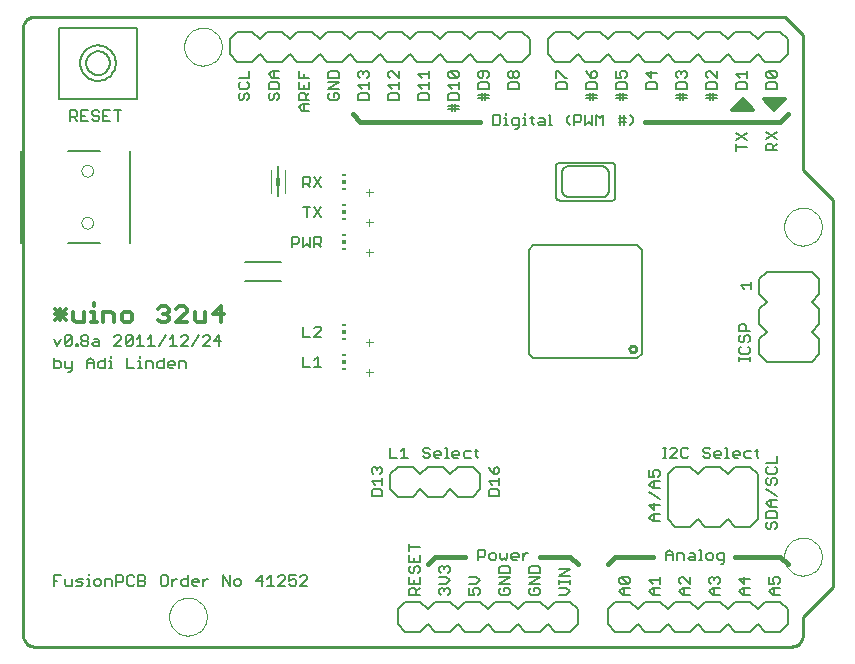
<source format=gto>
G75*
G70*
%OFA0B0*%
%FSLAX24Y24*%
%IPPOS*%
%LPD*%
%AMOC8*
5,1,8,0,0,1.08239X$1,22.5*
%
%ADD10C,0.0050*%
%ADD11C,0.0000*%
%ADD12C,0.0100*%
%ADD13C,0.0120*%
%ADD14C,0.0160*%
%ADD15C,0.0080*%
%ADD16C,0.0060*%
%ADD17R,0.0118X0.0059*%
%ADD18R,0.0118X0.0118*%
%ADD19C,0.0030*%
%ADD20R,0.0118X0.0276*%
%ADD21C,0.0028*%
D10*
X002224Y003114D02*
X002224Y003464D01*
X002458Y003464D01*
X002593Y003347D02*
X002593Y003172D01*
X002651Y003114D01*
X002826Y003114D01*
X002826Y003347D01*
X002961Y003289D02*
X003019Y003230D01*
X003136Y003230D01*
X003194Y003172D01*
X003136Y003114D01*
X002961Y003114D01*
X002961Y003289D02*
X003019Y003347D01*
X003194Y003347D01*
X003329Y003347D02*
X003388Y003347D01*
X003388Y003114D01*
X003446Y003114D02*
X003329Y003114D01*
X003575Y003172D02*
X003575Y003289D01*
X003633Y003347D01*
X003750Y003347D01*
X003808Y003289D01*
X003808Y003172D01*
X003750Y003114D01*
X003633Y003114D01*
X003575Y003172D01*
X003388Y003464D02*
X003388Y003522D01*
X003943Y003347D02*
X003943Y003114D01*
X003943Y003347D02*
X004118Y003347D01*
X004177Y003289D01*
X004177Y003114D01*
X004311Y003114D02*
X004311Y003464D01*
X004487Y003464D01*
X004545Y003405D01*
X004545Y003289D01*
X004487Y003230D01*
X004311Y003230D01*
X004680Y003172D02*
X004680Y003405D01*
X004738Y003464D01*
X004855Y003464D01*
X004913Y003405D01*
X005048Y003464D02*
X005048Y003114D01*
X005223Y003114D01*
X005282Y003172D01*
X005282Y003230D01*
X005223Y003289D01*
X005048Y003289D01*
X005048Y003464D02*
X005223Y003464D01*
X005282Y003405D01*
X005282Y003347D01*
X005223Y003289D01*
X004913Y003172D02*
X004855Y003114D01*
X004738Y003114D01*
X004680Y003172D01*
X005785Y003172D02*
X005843Y003114D01*
X005960Y003114D01*
X006018Y003172D01*
X006018Y003405D01*
X005960Y003464D01*
X005843Y003464D01*
X005785Y003405D01*
X005785Y003172D01*
X006153Y003230D02*
X006270Y003347D01*
X006328Y003347D01*
X006460Y003289D02*
X006460Y003172D01*
X006518Y003114D01*
X006693Y003114D01*
X006693Y003464D01*
X006693Y003347D02*
X006518Y003347D01*
X006460Y003289D01*
X006153Y003347D02*
X006153Y003114D01*
X006828Y003172D02*
X006828Y003289D01*
X006886Y003347D01*
X007003Y003347D01*
X007062Y003289D01*
X007062Y003230D01*
X006828Y003230D01*
X006828Y003172D02*
X006886Y003114D01*
X007003Y003114D01*
X007196Y003114D02*
X007196Y003347D01*
X007196Y003230D02*
X007313Y003347D01*
X007372Y003347D01*
X007872Y003464D02*
X007872Y003114D01*
X008105Y003114D02*
X007872Y003464D01*
X008105Y003464D02*
X008105Y003114D01*
X008240Y003172D02*
X008240Y003289D01*
X008298Y003347D01*
X008415Y003347D01*
X008473Y003289D01*
X008473Y003172D01*
X008415Y003114D01*
X008298Y003114D01*
X008240Y003172D01*
X008977Y003289D02*
X009210Y003289D01*
X009345Y003347D02*
X009462Y003464D01*
X009462Y003114D01*
X009578Y003114D02*
X009345Y003114D01*
X009152Y003114D02*
X009152Y003464D01*
X008977Y003289D01*
X009713Y003405D02*
X009772Y003464D01*
X009888Y003464D01*
X009947Y003405D01*
X009947Y003347D01*
X009713Y003114D01*
X009947Y003114D01*
X010081Y003172D02*
X010140Y003114D01*
X010257Y003114D01*
X010315Y003172D01*
X010315Y003289D01*
X010257Y003347D01*
X010198Y003347D01*
X010081Y003289D01*
X010081Y003464D01*
X010315Y003464D01*
X010450Y003405D02*
X010508Y003464D01*
X010625Y003464D01*
X010683Y003405D01*
X010683Y003347D01*
X010450Y003114D01*
X010683Y003114D01*
X014074Y003182D02*
X014424Y003182D01*
X014424Y003415D01*
X014366Y003550D02*
X014424Y003608D01*
X014424Y003725D01*
X014366Y003784D01*
X014308Y003784D01*
X014249Y003725D01*
X014249Y003608D01*
X014191Y003550D01*
X014132Y003550D01*
X014074Y003608D01*
X014074Y003725D01*
X014132Y003784D01*
X014074Y003918D02*
X014424Y003918D01*
X014424Y004152D01*
X014249Y004035D02*
X014249Y003918D01*
X014074Y003918D02*
X014074Y004152D01*
X014074Y004287D02*
X014074Y004520D01*
X014074Y004403D02*
X014424Y004403D01*
X015074Y003725D02*
X015132Y003784D01*
X015191Y003784D01*
X015249Y003725D01*
X015308Y003784D01*
X015366Y003784D01*
X015424Y003725D01*
X015424Y003608D01*
X015366Y003550D01*
X015308Y003415D02*
X015074Y003415D01*
X015132Y003550D02*
X015074Y003608D01*
X015074Y003725D01*
X015249Y003725D02*
X015249Y003667D01*
X015308Y003415D02*
X015424Y003299D01*
X015308Y003182D01*
X015074Y003182D01*
X015132Y003047D02*
X015191Y003047D01*
X015249Y002989D01*
X015308Y003047D01*
X015366Y003047D01*
X015424Y002989D01*
X015424Y002872D01*
X015366Y002814D01*
X015249Y002930D02*
X015249Y002989D01*
X015132Y003047D02*
X015074Y002989D01*
X015074Y002872D01*
X015132Y002814D01*
X014424Y002814D02*
X014074Y002814D01*
X014074Y002989D01*
X014132Y003047D01*
X014249Y003047D01*
X014308Y002989D01*
X014308Y002814D01*
X014308Y002930D02*
X014424Y003047D01*
X014249Y003182D02*
X014249Y003299D01*
X014074Y003415D02*
X014074Y003182D01*
X016074Y003182D02*
X016308Y003182D01*
X016424Y003299D01*
X016308Y003415D01*
X016074Y003415D01*
X016074Y003047D02*
X016074Y002814D01*
X016249Y002814D01*
X016191Y002930D01*
X016191Y002989D01*
X016249Y003047D01*
X016366Y003047D01*
X016424Y002989D01*
X016424Y002872D01*
X016366Y002814D01*
X017074Y002872D02*
X017132Y002814D01*
X017366Y002814D01*
X017424Y002872D01*
X017424Y002989D01*
X017366Y003047D01*
X017249Y003047D01*
X017249Y002930D01*
X017132Y003047D02*
X017074Y002989D01*
X017074Y002872D01*
X017074Y003182D02*
X017424Y003415D01*
X017074Y003415D01*
X017074Y003550D02*
X017074Y003725D01*
X017132Y003784D01*
X017366Y003784D01*
X017424Y003725D01*
X017424Y003550D01*
X017074Y003550D01*
X017074Y003182D02*
X017424Y003182D01*
X018074Y003182D02*
X018424Y003415D01*
X018074Y003415D01*
X018074Y003550D02*
X018074Y003725D01*
X018132Y003784D01*
X018366Y003784D01*
X018424Y003725D01*
X018424Y003550D01*
X018074Y003550D01*
X018074Y003182D02*
X018424Y003182D01*
X018366Y003047D02*
X018249Y003047D01*
X018249Y002930D01*
X018132Y002814D02*
X018366Y002814D01*
X018424Y002872D01*
X018424Y002989D01*
X018366Y003047D01*
X018132Y003047D02*
X018074Y002989D01*
X018074Y002872D01*
X018132Y002814D01*
X019074Y002814D02*
X019308Y002814D01*
X019424Y002930D01*
X019308Y003047D01*
X019074Y003047D01*
X019074Y003182D02*
X019074Y003299D01*
X019074Y003240D02*
X019424Y003240D01*
X019424Y003182D02*
X019424Y003299D01*
X019424Y003427D02*
X019074Y003427D01*
X019424Y003661D01*
X019074Y003661D01*
X018028Y004204D02*
X017969Y004204D01*
X017852Y004088D01*
X017852Y004204D02*
X017852Y003971D01*
X017718Y004088D02*
X017484Y004088D01*
X017484Y004146D02*
X017542Y004204D01*
X017659Y004204D01*
X017718Y004146D01*
X017718Y004088D01*
X017659Y003971D02*
X017542Y003971D01*
X017484Y004029D01*
X017484Y004146D01*
X017349Y004204D02*
X017349Y004029D01*
X017291Y003971D01*
X017233Y004029D01*
X017174Y003971D01*
X017116Y004029D01*
X017116Y004204D01*
X016981Y004146D02*
X016923Y004204D01*
X016806Y004204D01*
X016747Y004146D01*
X016747Y004029D01*
X016806Y003971D01*
X016923Y003971D01*
X016981Y004029D01*
X016981Y004146D01*
X016613Y004146D02*
X016613Y004263D01*
X016554Y004321D01*
X016379Y004321D01*
X016379Y003971D01*
X016379Y004088D02*
X016554Y004088D01*
X016613Y004146D01*
X016724Y006114D02*
X016724Y006289D01*
X016782Y006347D01*
X017016Y006347D01*
X017074Y006289D01*
X017074Y006114D01*
X016724Y006114D01*
X016841Y006482D02*
X016724Y006599D01*
X017074Y006599D01*
X017074Y006715D02*
X017074Y006482D01*
X017016Y006850D02*
X016899Y006850D01*
X016899Y007025D01*
X016958Y007084D01*
X017016Y007084D01*
X017074Y007025D01*
X017074Y006908D01*
X017016Y006850D01*
X016899Y006850D02*
X016782Y006967D01*
X016724Y007084D01*
X016370Y007371D02*
X016311Y007429D01*
X016311Y007663D01*
X016253Y007604D02*
X016370Y007604D01*
X016118Y007604D02*
X015943Y007604D01*
X015885Y007546D01*
X015885Y007429D01*
X015943Y007371D01*
X016118Y007371D01*
X015750Y007488D02*
X015516Y007488D01*
X015516Y007546D02*
X015575Y007604D01*
X015691Y007604D01*
X015750Y007546D01*
X015750Y007488D01*
X015691Y007371D02*
X015575Y007371D01*
X015516Y007429D01*
X015516Y007546D01*
X015387Y007371D02*
X015271Y007371D01*
X015329Y007371D02*
X015329Y007721D01*
X015271Y007721D01*
X015136Y007546D02*
X015136Y007488D01*
X014902Y007488D01*
X014902Y007546D02*
X014961Y007604D01*
X015078Y007604D01*
X015136Y007546D01*
X015078Y007371D02*
X014961Y007371D01*
X014902Y007429D01*
X014902Y007546D01*
X014768Y007488D02*
X014768Y007429D01*
X014709Y007371D01*
X014592Y007371D01*
X014534Y007429D01*
X014592Y007546D02*
X014709Y007546D01*
X014768Y007488D01*
X014768Y007663D02*
X014709Y007721D01*
X014592Y007721D01*
X014534Y007663D01*
X014534Y007604D01*
X014592Y007546D01*
X014031Y007371D02*
X013797Y007371D01*
X013914Y007371D02*
X013914Y007721D01*
X013797Y007604D01*
X013663Y007371D02*
X013429Y007371D01*
X013429Y007721D01*
X013116Y007084D02*
X013174Y007025D01*
X013174Y006908D01*
X013116Y006850D01*
X013174Y006715D02*
X013174Y006482D01*
X013174Y006599D02*
X012824Y006599D01*
X012941Y006482D01*
X012882Y006347D02*
X013116Y006347D01*
X013174Y006289D01*
X013174Y006114D01*
X012824Y006114D01*
X012824Y006289D01*
X012882Y006347D01*
X012882Y006850D02*
X012824Y006908D01*
X012824Y007025D01*
X012882Y007084D01*
X012941Y007084D01*
X012999Y007025D01*
X013058Y007084D01*
X013116Y007084D01*
X012999Y007025D02*
X012999Y006967D01*
X011145Y010402D02*
X010911Y010402D01*
X011028Y010402D02*
X011028Y010752D01*
X010911Y010635D01*
X010776Y010402D02*
X010543Y010402D01*
X010543Y010752D01*
X010543Y011402D02*
X010776Y011402D01*
X010911Y011402D02*
X011145Y011635D01*
X011145Y011694D01*
X011086Y011752D01*
X010970Y011752D01*
X010911Y011694D01*
X010911Y011402D02*
X011145Y011402D01*
X010543Y011402D02*
X010543Y011752D01*
X007798Y011289D02*
X007565Y011289D01*
X007740Y011464D01*
X007740Y011114D01*
X007430Y011114D02*
X007196Y011114D01*
X007430Y011347D01*
X007430Y011405D01*
X007372Y011464D01*
X007255Y011464D01*
X007196Y011405D01*
X007062Y011464D02*
X006828Y011114D01*
X006693Y011114D02*
X006460Y011114D01*
X006693Y011347D01*
X006693Y011405D01*
X006635Y011464D01*
X006518Y011464D01*
X006460Y011405D01*
X006208Y011464D02*
X006208Y011114D01*
X006092Y011114D02*
X006325Y011114D01*
X006092Y011347D02*
X006208Y011464D01*
X005957Y011464D02*
X005723Y011114D01*
X005588Y011114D02*
X005355Y011114D01*
X005472Y011114D02*
X005472Y011464D01*
X005355Y011347D01*
X005220Y011114D02*
X004987Y011114D01*
X005103Y011114D02*
X005103Y011464D01*
X004987Y011347D01*
X004852Y011405D02*
X004618Y011172D01*
X004677Y011114D01*
X004793Y011114D01*
X004852Y011172D01*
X004852Y011405D01*
X004793Y011464D01*
X004677Y011464D01*
X004618Y011405D01*
X004618Y011172D01*
X004484Y011114D02*
X004250Y011114D01*
X004484Y011347D01*
X004484Y011405D01*
X004425Y011464D01*
X004308Y011464D01*
X004250Y011405D01*
X003747Y011289D02*
X003747Y011114D01*
X003572Y011114D01*
X003513Y011172D01*
X003572Y011230D01*
X003747Y011230D01*
X003747Y011289D02*
X003689Y011347D01*
X003572Y011347D01*
X003379Y011347D02*
X003379Y011405D01*
X003320Y011464D01*
X003203Y011464D01*
X003145Y011405D01*
X003145Y011347D01*
X003203Y011289D01*
X003320Y011289D01*
X003379Y011230D01*
X003379Y011172D01*
X003320Y011114D01*
X003203Y011114D01*
X003145Y011172D01*
X003145Y011230D01*
X003203Y011289D01*
X003320Y011289D02*
X003379Y011347D01*
X003019Y011172D02*
X003019Y011114D01*
X002961Y011114D01*
X002961Y011172D01*
X003019Y011172D01*
X002826Y011172D02*
X002768Y011114D01*
X002651Y011114D01*
X002593Y011172D01*
X002826Y011405D01*
X002826Y011172D01*
X002593Y011172D02*
X002593Y011405D01*
X002651Y011464D01*
X002768Y011464D01*
X002826Y011405D01*
X002458Y011347D02*
X002341Y011114D01*
X002224Y011347D01*
X002224Y010714D02*
X002224Y010364D01*
X002399Y010364D01*
X002458Y010422D01*
X002458Y010539D01*
X002399Y010597D01*
X002224Y010597D01*
X002593Y010597D02*
X002593Y010422D01*
X002651Y010364D01*
X002826Y010364D01*
X002826Y010305D02*
X002768Y010247D01*
X002709Y010247D01*
X002826Y010305D02*
X002826Y010597D01*
X003329Y010597D02*
X003329Y010364D01*
X003329Y010539D02*
X003563Y010539D01*
X003563Y010597D02*
X003563Y010364D01*
X003698Y010422D02*
X003698Y010539D01*
X003756Y010597D01*
X003931Y010597D01*
X003931Y010714D02*
X003931Y010364D01*
X003756Y010364D01*
X003698Y010422D01*
X003563Y010597D02*
X003446Y010714D01*
X003329Y010597D01*
X004066Y010597D02*
X004124Y010597D01*
X004124Y010364D01*
X004066Y010364D02*
X004183Y010364D01*
X004680Y010364D02*
X004913Y010364D01*
X005048Y010364D02*
X005165Y010364D01*
X005106Y010364D02*
X005106Y010597D01*
X005048Y010597D01*
X005106Y010714D02*
X005106Y010772D01*
X005294Y010597D02*
X005469Y010597D01*
X005527Y010539D01*
X005527Y010364D01*
X005662Y010422D02*
X005662Y010539D01*
X005720Y010597D01*
X005895Y010597D01*
X005895Y010714D02*
X005895Y010364D01*
X005720Y010364D01*
X005662Y010422D01*
X006030Y010422D02*
X006030Y010539D01*
X006089Y010597D01*
X006205Y010597D01*
X006264Y010539D01*
X006264Y010480D01*
X006030Y010480D01*
X006030Y010422D02*
X006089Y010364D01*
X006205Y010364D01*
X006398Y010364D02*
X006398Y010597D01*
X006574Y010597D01*
X006632Y010539D01*
X006632Y010364D01*
X005294Y010364D02*
X005294Y010597D01*
X004680Y010714D02*
X004680Y010364D01*
X004124Y010714D02*
X004124Y010772D01*
X003776Y014553D02*
X002713Y014553D01*
X001138Y014553D02*
X001138Y017624D01*
X002713Y017624D02*
X003776Y017624D01*
X004760Y017624D02*
X004760Y014553D01*
X004760Y014829D02*
X004760Y015262D01*
X004760Y016915D02*
X004760Y017348D01*
X004364Y018614D02*
X004364Y018964D01*
X004248Y018964D02*
X004481Y018964D01*
X004113Y018964D02*
X003879Y018964D01*
X003879Y018614D01*
X004113Y018614D01*
X003996Y018789D02*
X003879Y018789D01*
X003744Y018730D02*
X003744Y018672D01*
X003686Y018614D01*
X003569Y018614D01*
X003511Y018672D01*
X003569Y018789D02*
X003511Y018847D01*
X003511Y018905D01*
X003569Y018964D01*
X003686Y018964D01*
X003744Y018905D01*
X003686Y018789D02*
X003744Y018730D01*
X003686Y018789D02*
X003569Y018789D01*
X003376Y018964D02*
X003143Y018964D01*
X003143Y018614D01*
X003376Y018614D01*
X003259Y018789D02*
X003143Y018789D01*
X003008Y018789D02*
X002949Y018730D01*
X002774Y018730D01*
X002774Y018614D02*
X002774Y018964D01*
X002949Y018964D01*
X003008Y018905D01*
X003008Y018789D01*
X002891Y018730D02*
X003008Y018614D01*
X002400Y019357D02*
X002400Y021720D01*
X004999Y021720D01*
X004999Y019357D01*
X002400Y019357D01*
X003305Y020539D02*
X003307Y020578D01*
X003313Y020617D01*
X003323Y020655D01*
X003336Y020692D01*
X003353Y020727D01*
X003373Y020761D01*
X003397Y020792D01*
X003424Y020821D01*
X003453Y020847D01*
X003485Y020870D01*
X003519Y020890D01*
X003555Y020906D01*
X003592Y020918D01*
X003631Y020927D01*
X003670Y020932D01*
X003709Y020933D01*
X003748Y020930D01*
X003787Y020923D01*
X003824Y020912D01*
X003861Y020898D01*
X003896Y020880D01*
X003929Y020859D01*
X003960Y020834D01*
X003988Y020807D01*
X004013Y020777D01*
X004035Y020744D01*
X004054Y020710D01*
X004069Y020674D01*
X004081Y020636D01*
X004089Y020598D01*
X004093Y020559D01*
X004093Y020519D01*
X004089Y020480D01*
X004081Y020442D01*
X004069Y020404D01*
X004054Y020368D01*
X004035Y020334D01*
X004013Y020301D01*
X003988Y020271D01*
X003960Y020244D01*
X003929Y020219D01*
X003896Y020198D01*
X003861Y020180D01*
X003824Y020166D01*
X003787Y020155D01*
X003748Y020148D01*
X003709Y020145D01*
X003670Y020146D01*
X003631Y020151D01*
X003592Y020160D01*
X003555Y020172D01*
X003519Y020188D01*
X003485Y020208D01*
X003453Y020231D01*
X003424Y020257D01*
X003397Y020286D01*
X003373Y020317D01*
X003353Y020351D01*
X003336Y020386D01*
X003323Y020423D01*
X003313Y020461D01*
X003307Y020500D01*
X003305Y020539D01*
X003107Y020539D02*
X003109Y020587D01*
X003115Y020635D01*
X003125Y020682D01*
X003138Y020729D01*
X003156Y020774D01*
X003177Y020817D01*
X003201Y020859D01*
X003229Y020899D01*
X003260Y020936D01*
X003293Y020970D01*
X003330Y021002D01*
X003369Y021030D01*
X003410Y021056D01*
X003453Y021078D01*
X003498Y021096D01*
X003544Y021110D01*
X003591Y021121D01*
X003639Y021128D01*
X003687Y021131D01*
X003735Y021130D01*
X003783Y021125D01*
X003831Y021116D01*
X003877Y021103D01*
X003923Y021087D01*
X003967Y021067D01*
X004009Y021043D01*
X004049Y021017D01*
X004087Y020986D01*
X004122Y020953D01*
X004154Y020917D01*
X004184Y020879D01*
X004210Y020838D01*
X004232Y020796D01*
X004252Y020752D01*
X004267Y020706D01*
X004279Y020659D01*
X004287Y020611D01*
X004291Y020563D01*
X004291Y020515D01*
X004287Y020467D01*
X004279Y020419D01*
X004267Y020372D01*
X004252Y020326D01*
X004232Y020282D01*
X004210Y020240D01*
X004184Y020199D01*
X004154Y020161D01*
X004122Y020125D01*
X004087Y020092D01*
X004049Y020061D01*
X004009Y020035D01*
X003967Y020011D01*
X003923Y019991D01*
X003877Y019975D01*
X003831Y019962D01*
X003783Y019953D01*
X003735Y019948D01*
X003687Y019947D01*
X003639Y019950D01*
X003591Y019957D01*
X003544Y019968D01*
X003498Y019982D01*
X003453Y020000D01*
X003410Y020022D01*
X003369Y020048D01*
X003330Y020076D01*
X003293Y020108D01*
X003260Y020142D01*
X003229Y020179D01*
X003201Y020219D01*
X003177Y020261D01*
X003156Y020304D01*
X003138Y020349D01*
X003125Y020396D01*
X003115Y020443D01*
X003109Y020491D01*
X003107Y020539D01*
X008386Y020050D02*
X008736Y020050D01*
X008736Y020284D01*
X008678Y019916D02*
X008736Y019857D01*
X008736Y019740D01*
X008678Y019682D01*
X008444Y019682D01*
X008386Y019740D01*
X008386Y019857D01*
X008444Y019916D01*
X008444Y019547D02*
X008386Y019489D01*
X008386Y019372D01*
X008444Y019314D01*
X008503Y019314D01*
X008561Y019372D01*
X008561Y019489D01*
X008619Y019547D01*
X008678Y019547D01*
X008736Y019489D01*
X008736Y019372D01*
X008678Y019314D01*
X009386Y019372D02*
X009444Y019314D01*
X009503Y019314D01*
X009561Y019372D01*
X009561Y019489D01*
X009619Y019547D01*
X009678Y019547D01*
X009736Y019489D01*
X009736Y019372D01*
X009678Y019314D01*
X009386Y019372D02*
X009386Y019489D01*
X009444Y019547D01*
X009386Y019682D02*
X009386Y019857D01*
X009444Y019916D01*
X009678Y019916D01*
X009736Y019857D01*
X009736Y019682D01*
X009386Y019682D01*
X009503Y020050D02*
X009386Y020167D01*
X009503Y020284D01*
X009736Y020284D01*
X009561Y020284D02*
X009561Y020050D01*
X009503Y020050D02*
X009736Y020050D01*
X010386Y020050D02*
X010386Y020284D01*
X010561Y020167D02*
X010561Y020050D01*
X010736Y020050D02*
X010386Y020050D01*
X010386Y019916D02*
X010386Y019682D01*
X010736Y019682D01*
X010736Y019916D01*
X010561Y019799D02*
X010561Y019682D01*
X010561Y019547D02*
X010619Y019489D01*
X010619Y019314D01*
X010619Y019431D02*
X010736Y019547D01*
X010561Y019547D02*
X010444Y019547D01*
X010386Y019489D01*
X010386Y019314D01*
X010736Y019314D01*
X010736Y019179D02*
X010503Y019179D01*
X010386Y019062D01*
X010503Y018945D01*
X010736Y018945D01*
X010561Y018945D02*
X010561Y019179D01*
X011382Y019362D02*
X011382Y019479D01*
X011440Y019537D01*
X011557Y019537D02*
X011557Y019421D01*
X011557Y019537D02*
X011674Y019537D01*
X011732Y019479D01*
X011732Y019362D01*
X011674Y019304D01*
X011440Y019304D01*
X011382Y019362D01*
X011382Y019672D02*
X011732Y019906D01*
X011382Y019906D01*
X011382Y020040D02*
X011382Y020216D01*
X011440Y020274D01*
X011674Y020274D01*
X011732Y020216D01*
X011732Y020040D01*
X011382Y020040D01*
X011382Y019672D02*
X011732Y019672D01*
X012374Y019794D02*
X012491Y019677D01*
X012432Y019542D02*
X012374Y019484D01*
X012374Y019309D01*
X012724Y019309D01*
X012724Y019484D01*
X012666Y019542D01*
X012432Y019542D01*
X012374Y019794D02*
X012724Y019794D01*
X012724Y019910D02*
X012724Y019677D01*
X012666Y020045D02*
X012724Y020104D01*
X012724Y020220D01*
X012666Y020279D01*
X012608Y020279D01*
X012549Y020220D01*
X012549Y020162D01*
X012549Y020220D02*
X012491Y020279D01*
X012432Y020279D01*
X012374Y020220D01*
X012374Y020104D01*
X012432Y020045D01*
X013374Y020104D02*
X013432Y020045D01*
X013374Y020104D02*
X013374Y020220D01*
X013432Y020279D01*
X013491Y020279D01*
X013724Y020045D01*
X013724Y020279D01*
X013724Y019910D02*
X013724Y019677D01*
X013724Y019794D02*
X013374Y019794D01*
X013491Y019677D01*
X013432Y019542D02*
X013666Y019542D01*
X013724Y019484D01*
X013724Y019309D01*
X013374Y019309D01*
X013374Y019484D01*
X013432Y019542D01*
X014374Y019484D02*
X014374Y019309D01*
X014724Y019309D01*
X014724Y019484D01*
X014666Y019542D01*
X014432Y019542D01*
X014374Y019484D01*
X014491Y019677D02*
X014374Y019794D01*
X014724Y019794D01*
X014724Y019910D02*
X014724Y019677D01*
X014724Y020045D02*
X014724Y020279D01*
X014724Y020162D02*
X014374Y020162D01*
X014491Y020045D01*
X015374Y020104D02*
X015374Y020220D01*
X015432Y020279D01*
X015666Y020045D01*
X015724Y020104D01*
X015724Y020220D01*
X015666Y020279D01*
X015432Y020279D01*
X015374Y020104D02*
X015432Y020045D01*
X015666Y020045D01*
X015724Y019910D02*
X015724Y019677D01*
X015724Y019794D02*
X015374Y019794D01*
X015491Y019677D01*
X015432Y019542D02*
X015374Y019484D01*
X015374Y019309D01*
X015724Y019309D01*
X015724Y019484D01*
X015666Y019542D01*
X015432Y019542D01*
X015491Y019174D02*
X015491Y019115D01*
X015491Y018940D01*
X015608Y018940D02*
X015608Y019174D01*
X015724Y019115D02*
X015374Y019115D01*
X015374Y018999D02*
X015724Y018999D01*
X016374Y019367D02*
X016724Y019367D01*
X016724Y019484D02*
X016374Y019484D01*
X016491Y019484D02*
X016491Y019309D01*
X016608Y019309D02*
X016608Y019542D01*
X016491Y019542D02*
X016491Y019484D01*
X016374Y019677D02*
X016374Y019852D01*
X016432Y019910D01*
X016666Y019910D01*
X016724Y019852D01*
X016724Y019677D01*
X016374Y019677D01*
X016432Y020045D02*
X016374Y020104D01*
X016374Y020220D01*
X016432Y020279D01*
X016666Y020279D01*
X016724Y020220D01*
X016724Y020104D01*
X016666Y020045D01*
X016549Y020104D02*
X016549Y020279D01*
X016549Y020104D02*
X016491Y020045D01*
X016432Y020045D01*
X017374Y020104D02*
X017374Y020220D01*
X017432Y020279D01*
X017491Y020279D01*
X017549Y020220D01*
X017549Y020104D01*
X017491Y020045D01*
X017432Y020045D01*
X017374Y020104D01*
X017549Y020104D02*
X017608Y020045D01*
X017666Y020045D01*
X017724Y020104D01*
X017724Y020220D01*
X017666Y020279D01*
X017608Y020279D01*
X017549Y020220D01*
X017432Y019910D02*
X017374Y019852D01*
X017374Y019677D01*
X017724Y019677D01*
X017724Y019852D01*
X017666Y019910D01*
X017432Y019910D01*
X017306Y018880D02*
X017306Y018821D01*
X017306Y018704D02*
X017247Y018704D01*
X017306Y018704D02*
X017306Y018471D01*
X017364Y018471D02*
X017247Y018471D01*
X017113Y018529D02*
X017113Y018763D01*
X017054Y018821D01*
X016879Y018821D01*
X016879Y018471D01*
X017054Y018471D01*
X017113Y018529D01*
X017493Y018529D02*
X017493Y018646D01*
X017551Y018704D01*
X017726Y018704D01*
X017726Y018413D01*
X017668Y018354D01*
X017610Y018354D01*
X017551Y018471D02*
X017726Y018471D01*
X017861Y018471D02*
X017978Y018471D01*
X017920Y018471D02*
X017920Y018704D01*
X017861Y018704D01*
X017920Y018821D02*
X017920Y018880D01*
X018107Y018704D02*
X018224Y018704D01*
X018165Y018763D02*
X018165Y018529D01*
X018224Y018471D01*
X018352Y018529D02*
X018411Y018588D01*
X018586Y018588D01*
X018586Y018646D02*
X018586Y018471D01*
X018411Y018471D01*
X018352Y018529D01*
X018411Y018704D02*
X018527Y018704D01*
X018586Y018646D01*
X018721Y018471D02*
X018837Y018471D01*
X018779Y018471D02*
X018779Y018821D01*
X018721Y018821D01*
X019334Y018704D02*
X019451Y018821D01*
X019580Y018821D02*
X019755Y018821D01*
X019813Y018763D01*
X019813Y018646D01*
X019755Y018588D01*
X019580Y018588D01*
X019580Y018471D02*
X019580Y018821D01*
X019334Y018704D02*
X019334Y018588D01*
X019451Y018471D01*
X019948Y018471D02*
X019948Y018821D01*
X020182Y018821D02*
X020182Y018471D01*
X020065Y018588D01*
X019948Y018471D01*
X020317Y018471D02*
X020317Y018821D01*
X020433Y018704D01*
X020550Y018821D01*
X020550Y018471D01*
X021053Y018588D02*
X021287Y018588D01*
X021287Y018704D02*
X021228Y018704D01*
X021053Y018704D01*
X021112Y018821D02*
X021112Y018471D01*
X021228Y018471D02*
X021228Y018821D01*
X021421Y018821D02*
X021538Y018704D01*
X021538Y018588D01*
X021421Y018471D01*
X021208Y019309D02*
X021208Y019542D01*
X021091Y019542D02*
X021091Y019484D01*
X021091Y019309D01*
X020974Y019367D02*
X021324Y019367D01*
X021324Y019484D02*
X020974Y019484D01*
X020974Y019677D02*
X020974Y019852D01*
X021032Y019910D01*
X021266Y019910D01*
X021324Y019852D01*
X021324Y019677D01*
X020974Y019677D01*
X020974Y020045D02*
X021149Y020045D01*
X021091Y020162D01*
X021091Y020220D01*
X021149Y020279D01*
X021266Y020279D01*
X021324Y020220D01*
X021324Y020104D01*
X021266Y020045D01*
X020974Y020045D02*
X020974Y020279D01*
X020324Y020220D02*
X020324Y020104D01*
X020266Y020045D01*
X020149Y020045D01*
X020149Y020220D01*
X020208Y020279D01*
X020266Y020279D01*
X020324Y020220D01*
X020149Y020045D02*
X020032Y020162D01*
X019974Y020279D01*
X020032Y019910D02*
X019974Y019852D01*
X019974Y019677D01*
X020324Y019677D01*
X020324Y019852D01*
X020266Y019910D01*
X020032Y019910D01*
X020091Y019542D02*
X020091Y019484D01*
X020091Y019309D01*
X020208Y019309D02*
X020208Y019542D01*
X020324Y019484D02*
X019974Y019484D01*
X019974Y019367D02*
X020324Y019367D01*
X019324Y019677D02*
X019324Y019852D01*
X019266Y019910D01*
X019032Y019910D01*
X018974Y019852D01*
X018974Y019677D01*
X019324Y019677D01*
X019324Y020045D02*
X019266Y020045D01*
X019032Y020279D01*
X018974Y020279D01*
X018974Y020045D01*
X017493Y018529D02*
X017551Y018471D01*
X019076Y017218D02*
X020822Y017218D01*
X020823Y017218D02*
X020843Y017213D01*
X020862Y017205D01*
X020880Y017194D01*
X020896Y017181D01*
X020909Y017165D01*
X020920Y017148D01*
X020928Y017129D01*
X020933Y017109D01*
X020935Y017088D01*
X020934Y017067D01*
X020934Y017068D02*
X020934Y016047D01*
X020932Y016030D01*
X020927Y016013D01*
X020919Y015998D01*
X020908Y015985D01*
X020895Y015974D01*
X020880Y015966D01*
X020863Y015961D01*
X020846Y015959D01*
X019090Y015959D01*
X019071Y015961D01*
X019052Y015965D01*
X019034Y015973D01*
X019017Y015983D01*
X019002Y015995D01*
X018990Y016010D01*
X018980Y016027D01*
X018972Y016045D01*
X018968Y016064D01*
X018966Y016083D01*
X018965Y016083D02*
X018965Y017068D01*
X018965Y017067D02*
X018964Y017088D01*
X018966Y017109D01*
X018971Y017129D01*
X018979Y017148D01*
X018990Y017165D01*
X019003Y017181D01*
X019019Y017194D01*
X019037Y017205D01*
X019056Y017213D01*
X019076Y017218D01*
X019398Y017100D02*
X020461Y017100D01*
X020492Y017101D01*
X020523Y017098D01*
X020553Y017091D01*
X020583Y017080D01*
X020610Y017066D01*
X020636Y017049D01*
X020660Y017029D01*
X020681Y017006D01*
X020699Y016981D01*
X020714Y016953D01*
X020725Y016924D01*
X020733Y016894D01*
X020737Y016864D01*
X020737Y016313D01*
X020735Y016285D01*
X020730Y016257D01*
X020722Y016229D01*
X020710Y016203D01*
X020695Y016179D01*
X020678Y016157D01*
X020657Y016136D01*
X020635Y016119D01*
X020611Y016104D01*
X020585Y016092D01*
X020557Y016084D01*
X020529Y016079D01*
X020501Y016077D01*
X019398Y016077D01*
X019367Y016081D01*
X019337Y016089D01*
X019309Y016100D01*
X019281Y016115D01*
X019256Y016133D01*
X019233Y016154D01*
X019213Y016178D01*
X019196Y016204D01*
X019182Y016231D01*
X019171Y016261D01*
X019164Y016291D01*
X019161Y016322D01*
X019162Y016353D01*
X019162Y016352D02*
X019162Y016903D01*
X019163Y016904D02*
X019167Y016932D01*
X019175Y016959D01*
X019187Y016985D01*
X019202Y017009D01*
X019220Y017031D01*
X019240Y017051D01*
X019263Y017067D01*
X019288Y017081D01*
X019314Y017091D01*
X019342Y017098D01*
X019370Y017101D01*
X019399Y017100D01*
X021974Y019677D02*
X021974Y019852D01*
X022032Y019910D01*
X022266Y019910D01*
X022324Y019852D01*
X022324Y019677D01*
X021974Y019677D01*
X022149Y020045D02*
X022149Y020279D01*
X021974Y020220D02*
X022149Y020045D01*
X022324Y020220D02*
X021974Y020220D01*
X022974Y020220D02*
X022974Y020104D01*
X023032Y020045D01*
X023032Y019910D02*
X022974Y019852D01*
X022974Y019677D01*
X023324Y019677D01*
X023324Y019852D01*
X023266Y019910D01*
X023032Y019910D01*
X023266Y020045D02*
X023324Y020104D01*
X023324Y020220D01*
X023266Y020279D01*
X023208Y020279D01*
X023149Y020220D01*
X023149Y020162D01*
X023149Y020220D02*
X023091Y020279D01*
X023032Y020279D01*
X022974Y020220D01*
X023091Y019542D02*
X023091Y019484D01*
X023091Y019309D01*
X023208Y019309D02*
X023208Y019542D01*
X023324Y019484D02*
X022974Y019484D01*
X022974Y019367D02*
X023324Y019367D01*
X023974Y019367D02*
X024324Y019367D01*
X024324Y019484D02*
X023974Y019484D01*
X024091Y019484D02*
X024091Y019309D01*
X024208Y019309D02*
X024208Y019542D01*
X024091Y019542D02*
X024091Y019484D01*
X023974Y019677D02*
X023974Y019852D01*
X024032Y019910D01*
X024266Y019910D01*
X024324Y019852D01*
X024324Y019677D01*
X023974Y019677D01*
X024032Y020045D02*
X023974Y020104D01*
X023974Y020220D01*
X024032Y020279D01*
X024091Y020279D01*
X024324Y020045D01*
X024324Y020279D01*
X024974Y020162D02*
X025091Y020045D01*
X025032Y019910D02*
X024974Y019852D01*
X024974Y019677D01*
X025324Y019677D01*
X025324Y019852D01*
X025266Y019910D01*
X025032Y019910D01*
X025324Y020045D02*
X025324Y020279D01*
X025324Y020162D02*
X024974Y020162D01*
X025974Y020104D02*
X025974Y020220D01*
X026032Y020279D01*
X026266Y020045D01*
X026324Y020104D01*
X026324Y020220D01*
X026266Y020279D01*
X026032Y020279D01*
X025974Y020104D02*
X026032Y020045D01*
X026266Y020045D01*
X026266Y019910D02*
X026032Y019910D01*
X025974Y019852D01*
X025974Y019677D01*
X026324Y019677D01*
X026324Y019852D01*
X026266Y019910D01*
X026324Y018229D02*
X025974Y017995D01*
X026032Y017860D02*
X026149Y017860D01*
X026208Y017802D01*
X026208Y017627D01*
X026324Y017627D02*
X025974Y017627D01*
X025974Y017802D01*
X026032Y017860D01*
X026208Y017744D02*
X026324Y017860D01*
X026324Y017995D02*
X025974Y018229D01*
X025326Y018224D02*
X024976Y017990D01*
X024976Y017856D02*
X024976Y017622D01*
X024976Y017739D02*
X025326Y017739D01*
X025326Y017990D02*
X024976Y018224D01*
X025474Y013247D02*
X025474Y013014D01*
X025474Y013130D02*
X025124Y013130D01*
X025241Y013014D01*
X025249Y011829D02*
X025132Y011829D01*
X025074Y011771D01*
X025074Y011596D01*
X025424Y011596D01*
X025308Y011596D02*
X025308Y011771D01*
X025249Y011829D01*
X025308Y011461D02*
X025366Y011461D01*
X025424Y011402D01*
X025424Y011286D01*
X025366Y011227D01*
X025249Y011286D02*
X025249Y011402D01*
X025308Y011461D01*
X025132Y011461D02*
X025074Y011402D01*
X025074Y011286D01*
X025132Y011227D01*
X025191Y011227D01*
X025249Y011286D01*
X025132Y011093D02*
X025074Y011034D01*
X025074Y010917D01*
X025132Y010859D01*
X025366Y010859D01*
X025424Y010917D01*
X025424Y011034D01*
X025366Y011093D01*
X025424Y010730D02*
X025424Y010614D01*
X025424Y010672D02*
X025074Y010672D01*
X025074Y010614D02*
X025074Y010730D01*
X024675Y007721D02*
X024675Y007371D01*
X024733Y007371D02*
X024616Y007371D01*
X024481Y007488D02*
X024248Y007488D01*
X024248Y007546D02*
X024306Y007604D01*
X024423Y007604D01*
X024481Y007546D01*
X024481Y007488D01*
X024423Y007371D02*
X024306Y007371D01*
X024248Y007429D01*
X024248Y007546D01*
X024113Y007488D02*
X024113Y007429D01*
X024055Y007371D01*
X023938Y007371D01*
X023880Y007429D01*
X023938Y007546D02*
X024055Y007546D01*
X024113Y007488D01*
X024113Y007663D02*
X024055Y007721D01*
X023938Y007721D01*
X023880Y007663D01*
X023880Y007604D01*
X023938Y007546D01*
X023376Y007429D02*
X023318Y007371D01*
X023201Y007371D01*
X023143Y007429D01*
X023143Y007663D01*
X023201Y007721D01*
X023318Y007721D01*
X023376Y007663D01*
X023008Y007663D02*
X023008Y007604D01*
X022775Y007371D01*
X023008Y007371D01*
X022646Y007371D02*
X022529Y007371D01*
X022588Y007371D02*
X022588Y007721D01*
X022646Y007721D02*
X022529Y007721D01*
X022775Y007663D02*
X022833Y007721D01*
X022950Y007721D01*
X023008Y007663D01*
X022366Y006970D02*
X022249Y006970D01*
X022191Y006912D01*
X022191Y006853D01*
X022249Y006737D01*
X022074Y006737D01*
X022074Y006970D01*
X022366Y006970D02*
X022424Y006912D01*
X022424Y006795D01*
X022366Y006737D01*
X022424Y006602D02*
X022191Y006602D01*
X022074Y006485D01*
X022191Y006368D01*
X022424Y006368D01*
X022249Y006368D02*
X022249Y006602D01*
X022074Y006234D02*
X022424Y006000D01*
X022424Y005807D02*
X022074Y005807D01*
X022249Y005632D01*
X022249Y005865D01*
X022249Y005497D02*
X022249Y005264D01*
X022191Y005264D02*
X022074Y005380D01*
X022191Y005497D01*
X022424Y005497D01*
X022424Y005264D02*
X022191Y005264D01*
X022746Y004321D02*
X022863Y004204D01*
X022863Y003971D01*
X022997Y003971D02*
X022997Y004204D01*
X023173Y004204D01*
X023231Y004146D01*
X023231Y003971D01*
X023366Y004029D02*
X023424Y004088D01*
X023599Y004088D01*
X023599Y004146D02*
X023599Y003971D01*
X023424Y003971D01*
X023366Y004029D01*
X023424Y004204D02*
X023541Y004204D01*
X023599Y004146D01*
X023734Y003971D02*
X023851Y003971D01*
X023792Y003971D02*
X023792Y004321D01*
X023734Y004321D01*
X023980Y004146D02*
X023980Y004029D01*
X024038Y003971D01*
X024155Y003971D01*
X024213Y004029D01*
X024213Y004146D01*
X024155Y004204D01*
X024038Y004204D01*
X023980Y004146D01*
X024348Y004146D02*
X024348Y004029D01*
X024406Y003971D01*
X024581Y003971D01*
X024581Y003913D02*
X024581Y004204D01*
X024406Y004204D01*
X024348Y004146D01*
X024465Y003854D02*
X024523Y003854D01*
X024581Y003913D01*
X024366Y003415D02*
X024308Y003415D01*
X024249Y003357D01*
X024249Y003299D01*
X024249Y003357D02*
X024191Y003415D01*
X024132Y003415D01*
X024074Y003357D01*
X024074Y003240D01*
X024132Y003182D01*
X024191Y003047D02*
X024424Y003047D01*
X024366Y003182D02*
X024424Y003240D01*
X024424Y003357D01*
X024366Y003415D01*
X024249Y003047D02*
X024249Y002814D01*
X024191Y002814D02*
X024074Y002930D01*
X024191Y003047D01*
X024191Y002814D02*
X024424Y002814D01*
X025074Y002930D02*
X025191Y003047D01*
X025424Y003047D01*
X025249Y003047D02*
X025249Y002814D01*
X025191Y002814D02*
X025074Y002930D01*
X025191Y002814D02*
X025424Y002814D01*
X025249Y003182D02*
X025249Y003415D01*
X025424Y003357D02*
X025074Y003357D01*
X025249Y003182D01*
X026074Y003182D02*
X026249Y003182D01*
X026191Y003299D01*
X026191Y003357D01*
X026249Y003415D01*
X026366Y003415D01*
X026424Y003357D01*
X026424Y003240D01*
X026366Y003182D01*
X026424Y003047D02*
X026191Y003047D01*
X026074Y002930D01*
X026191Y002814D01*
X026424Y002814D01*
X026249Y002814D02*
X026249Y003047D01*
X026074Y003182D02*
X026074Y003415D01*
X026032Y005014D02*
X026091Y005014D01*
X026149Y005072D01*
X026149Y005189D01*
X026208Y005247D01*
X026266Y005247D01*
X026324Y005189D01*
X026324Y005072D01*
X026266Y005014D01*
X026032Y005014D02*
X025974Y005072D01*
X025974Y005189D01*
X026032Y005247D01*
X025974Y005382D02*
X025974Y005557D01*
X026032Y005615D01*
X026266Y005615D01*
X026324Y005557D01*
X026324Y005382D01*
X025974Y005382D01*
X026091Y005750D02*
X025974Y005867D01*
X026091Y005984D01*
X026324Y005984D01*
X026324Y006118D02*
X025974Y006352D01*
X026032Y006487D02*
X026091Y006487D01*
X026149Y006545D01*
X026149Y006662D01*
X026208Y006720D01*
X026266Y006720D01*
X026324Y006662D01*
X026324Y006545D01*
X026266Y006487D01*
X026032Y006487D02*
X025974Y006545D01*
X025974Y006662D01*
X026032Y006720D01*
X026032Y006855D02*
X026266Y006855D01*
X026324Y006913D01*
X026324Y007030D01*
X026266Y007089D01*
X026324Y007223D02*
X025974Y007223D01*
X026032Y007089D02*
X025974Y007030D01*
X025974Y006913D01*
X026032Y006855D01*
X026324Y007223D02*
X026324Y007457D01*
X025715Y007371D02*
X025657Y007429D01*
X025657Y007663D01*
X025715Y007604D02*
X025598Y007604D01*
X025464Y007604D02*
X025288Y007604D01*
X025230Y007546D01*
X025230Y007429D01*
X025288Y007371D01*
X025464Y007371D01*
X025095Y007488D02*
X024862Y007488D01*
X024862Y007546D02*
X024920Y007604D01*
X025037Y007604D01*
X025095Y007546D01*
X025095Y007488D01*
X025037Y007371D02*
X024920Y007371D01*
X024862Y007429D01*
X024862Y007546D01*
X024675Y007721D02*
X024616Y007721D01*
X026149Y005984D02*
X026149Y005750D01*
X026091Y005750D02*
X026324Y005750D01*
X023424Y003415D02*
X023424Y003182D01*
X023191Y003415D01*
X023132Y003415D01*
X023074Y003357D01*
X023074Y003240D01*
X023132Y003182D01*
X023191Y003047D02*
X023074Y002930D01*
X023191Y002814D01*
X023424Y002814D01*
X023249Y002814D02*
X023249Y003047D01*
X023191Y003047D02*
X023424Y003047D01*
X022424Y003047D02*
X022191Y003047D01*
X022074Y002930D01*
X022191Y002814D01*
X022424Y002814D01*
X022249Y002814D02*
X022249Y003047D01*
X022191Y003182D02*
X022074Y003299D01*
X022424Y003299D01*
X022424Y003415D02*
X022424Y003182D01*
X021424Y003240D02*
X021366Y003182D01*
X021132Y003415D01*
X021366Y003415D01*
X021424Y003357D01*
X021424Y003240D01*
X021366Y003182D02*
X021132Y003182D01*
X021074Y003240D01*
X021074Y003357D01*
X021132Y003415D01*
X021191Y003047D02*
X021424Y003047D01*
X021249Y003047D02*
X021249Y002814D01*
X021191Y002814D02*
X021074Y002930D01*
X021191Y003047D01*
X021191Y002814D02*
X021424Y002814D01*
X022629Y003971D02*
X022629Y004204D01*
X022746Y004321D01*
X022629Y004146D02*
X022863Y004146D01*
X011145Y014402D02*
X011028Y014519D01*
X011086Y014519D02*
X010911Y014519D01*
X010911Y014402D02*
X010911Y014752D01*
X011086Y014752D01*
X011145Y014694D01*
X011145Y014577D01*
X011086Y014519D01*
X010776Y014402D02*
X010776Y014752D01*
X010543Y014752D02*
X010543Y014402D01*
X010660Y014519D01*
X010776Y014402D01*
X010408Y014577D02*
X010408Y014694D01*
X010350Y014752D01*
X010175Y014752D01*
X010175Y014402D01*
X010175Y014519D02*
X010350Y014519D01*
X010408Y014577D01*
X010660Y015402D02*
X010660Y015752D01*
X010776Y015752D02*
X010543Y015752D01*
X010911Y015752D02*
X011145Y015402D01*
X010911Y015402D02*
X011145Y015752D01*
X011145Y016402D02*
X010911Y016752D01*
X010776Y016694D02*
X010776Y016577D01*
X010718Y016519D01*
X010543Y016519D01*
X010660Y016519D02*
X010776Y016402D01*
X010911Y016402D02*
X011145Y016752D01*
X010776Y016694D02*
X010718Y016752D01*
X010543Y016752D01*
X010543Y016402D01*
X009699Y016116D02*
X009699Y017100D01*
X002341Y003289D02*
X002224Y003289D01*
D11*
X006069Y002089D02*
X006071Y002139D01*
X006077Y002189D01*
X006087Y002238D01*
X006101Y002286D01*
X006118Y002333D01*
X006139Y002378D01*
X006164Y002422D01*
X006192Y002463D01*
X006224Y002502D01*
X006258Y002539D01*
X006295Y002573D01*
X006335Y002603D01*
X006377Y002630D01*
X006421Y002654D01*
X006467Y002675D01*
X006514Y002691D01*
X006562Y002704D01*
X006612Y002713D01*
X006661Y002718D01*
X006712Y002719D01*
X006762Y002716D01*
X006811Y002709D01*
X006860Y002698D01*
X006908Y002683D01*
X006954Y002665D01*
X006999Y002643D01*
X007042Y002617D01*
X007083Y002588D01*
X007122Y002556D01*
X007158Y002521D01*
X007190Y002483D01*
X007220Y002443D01*
X007247Y002400D01*
X007270Y002356D01*
X007289Y002310D01*
X007305Y002262D01*
X007317Y002213D01*
X007325Y002164D01*
X007329Y002114D01*
X007329Y002064D01*
X007325Y002014D01*
X007317Y001965D01*
X007305Y001916D01*
X007289Y001868D01*
X007270Y001822D01*
X007247Y001778D01*
X007220Y001735D01*
X007190Y001695D01*
X007158Y001657D01*
X007122Y001622D01*
X007083Y001590D01*
X007042Y001561D01*
X006999Y001535D01*
X006954Y001513D01*
X006908Y001495D01*
X006860Y001480D01*
X006811Y001469D01*
X006762Y001462D01*
X006712Y001459D01*
X006661Y001460D01*
X006612Y001465D01*
X006562Y001474D01*
X006514Y001487D01*
X006467Y001503D01*
X006421Y001524D01*
X006377Y001548D01*
X006335Y001575D01*
X006295Y001605D01*
X006258Y001639D01*
X006224Y001676D01*
X006192Y001715D01*
X006164Y001756D01*
X006139Y001800D01*
X006118Y001845D01*
X006101Y001892D01*
X006087Y001940D01*
X006077Y001989D01*
X006071Y002039D01*
X006069Y002089D01*
X003146Y015222D02*
X003148Y015249D01*
X003154Y015276D01*
X003163Y015302D01*
X003176Y015326D01*
X003192Y015349D01*
X003211Y015368D01*
X003233Y015385D01*
X003257Y015399D01*
X003282Y015409D01*
X003309Y015416D01*
X003336Y015419D01*
X003364Y015418D01*
X003391Y015413D01*
X003417Y015405D01*
X003441Y015393D01*
X003464Y015377D01*
X003485Y015359D01*
X003502Y015338D01*
X003517Y015314D01*
X003528Y015289D01*
X003536Y015263D01*
X003540Y015236D01*
X003540Y015208D01*
X003536Y015181D01*
X003528Y015155D01*
X003517Y015130D01*
X003502Y015106D01*
X003485Y015085D01*
X003464Y015067D01*
X003442Y015051D01*
X003417Y015039D01*
X003391Y015031D01*
X003364Y015026D01*
X003336Y015025D01*
X003309Y015028D01*
X003282Y015035D01*
X003257Y015045D01*
X003233Y015059D01*
X003211Y015076D01*
X003192Y015095D01*
X003176Y015118D01*
X003163Y015142D01*
X003154Y015168D01*
X003148Y015195D01*
X003146Y015222D01*
X003146Y016955D02*
X003148Y016982D01*
X003154Y017009D01*
X003163Y017035D01*
X003176Y017059D01*
X003192Y017082D01*
X003211Y017101D01*
X003233Y017118D01*
X003257Y017132D01*
X003282Y017142D01*
X003309Y017149D01*
X003336Y017152D01*
X003364Y017151D01*
X003391Y017146D01*
X003417Y017138D01*
X003441Y017126D01*
X003464Y017110D01*
X003485Y017092D01*
X003502Y017071D01*
X003517Y017047D01*
X003528Y017022D01*
X003536Y016996D01*
X003540Y016969D01*
X003540Y016941D01*
X003536Y016914D01*
X003528Y016888D01*
X003517Y016863D01*
X003502Y016839D01*
X003485Y016818D01*
X003464Y016800D01*
X003442Y016784D01*
X003417Y016772D01*
X003391Y016764D01*
X003364Y016759D01*
X003336Y016758D01*
X003309Y016761D01*
X003282Y016768D01*
X003257Y016778D01*
X003233Y016792D01*
X003211Y016809D01*
X003192Y016828D01*
X003176Y016851D01*
X003163Y016875D01*
X003154Y016901D01*
X003148Y016928D01*
X003146Y016955D01*
X006569Y021089D02*
X006571Y021139D01*
X006577Y021189D01*
X006587Y021238D01*
X006601Y021286D01*
X006618Y021333D01*
X006639Y021378D01*
X006664Y021422D01*
X006692Y021463D01*
X006724Y021502D01*
X006758Y021539D01*
X006795Y021573D01*
X006835Y021603D01*
X006877Y021630D01*
X006921Y021654D01*
X006967Y021675D01*
X007014Y021691D01*
X007062Y021704D01*
X007112Y021713D01*
X007161Y021718D01*
X007212Y021719D01*
X007262Y021716D01*
X007311Y021709D01*
X007360Y021698D01*
X007408Y021683D01*
X007454Y021665D01*
X007499Y021643D01*
X007542Y021617D01*
X007583Y021588D01*
X007622Y021556D01*
X007658Y021521D01*
X007690Y021483D01*
X007720Y021443D01*
X007747Y021400D01*
X007770Y021356D01*
X007789Y021310D01*
X007805Y021262D01*
X007817Y021213D01*
X007825Y021164D01*
X007829Y021114D01*
X007829Y021064D01*
X007825Y021014D01*
X007817Y020965D01*
X007805Y020916D01*
X007789Y020868D01*
X007770Y020822D01*
X007747Y020778D01*
X007720Y020735D01*
X007690Y020695D01*
X007658Y020657D01*
X007622Y020622D01*
X007583Y020590D01*
X007542Y020561D01*
X007499Y020535D01*
X007454Y020513D01*
X007408Y020495D01*
X007360Y020480D01*
X007311Y020469D01*
X007262Y020462D01*
X007212Y020459D01*
X007161Y020460D01*
X007112Y020465D01*
X007062Y020474D01*
X007014Y020487D01*
X006967Y020503D01*
X006921Y020524D01*
X006877Y020548D01*
X006835Y020575D01*
X006795Y020605D01*
X006758Y020639D01*
X006724Y020676D01*
X006692Y020715D01*
X006664Y020756D01*
X006639Y020800D01*
X006618Y020845D01*
X006601Y020892D01*
X006587Y020940D01*
X006577Y020989D01*
X006571Y021039D01*
X006569Y021089D01*
X026569Y015089D02*
X026571Y015139D01*
X026577Y015189D01*
X026587Y015238D01*
X026601Y015286D01*
X026618Y015333D01*
X026639Y015378D01*
X026664Y015422D01*
X026692Y015463D01*
X026724Y015502D01*
X026758Y015539D01*
X026795Y015573D01*
X026835Y015603D01*
X026877Y015630D01*
X026921Y015654D01*
X026967Y015675D01*
X027014Y015691D01*
X027062Y015704D01*
X027112Y015713D01*
X027161Y015718D01*
X027212Y015719D01*
X027262Y015716D01*
X027311Y015709D01*
X027360Y015698D01*
X027408Y015683D01*
X027454Y015665D01*
X027499Y015643D01*
X027542Y015617D01*
X027583Y015588D01*
X027622Y015556D01*
X027658Y015521D01*
X027690Y015483D01*
X027720Y015443D01*
X027747Y015400D01*
X027770Y015356D01*
X027789Y015310D01*
X027805Y015262D01*
X027817Y015213D01*
X027825Y015164D01*
X027829Y015114D01*
X027829Y015064D01*
X027825Y015014D01*
X027817Y014965D01*
X027805Y014916D01*
X027789Y014868D01*
X027770Y014822D01*
X027747Y014778D01*
X027720Y014735D01*
X027690Y014695D01*
X027658Y014657D01*
X027622Y014622D01*
X027583Y014590D01*
X027542Y014561D01*
X027499Y014535D01*
X027454Y014513D01*
X027408Y014495D01*
X027360Y014480D01*
X027311Y014469D01*
X027262Y014462D01*
X027212Y014459D01*
X027161Y014460D01*
X027112Y014465D01*
X027062Y014474D01*
X027014Y014487D01*
X026967Y014503D01*
X026921Y014524D01*
X026877Y014548D01*
X026835Y014575D01*
X026795Y014605D01*
X026758Y014639D01*
X026724Y014676D01*
X026692Y014715D01*
X026664Y014756D01*
X026639Y014800D01*
X026618Y014845D01*
X026601Y014892D01*
X026587Y014940D01*
X026577Y014989D01*
X026571Y015039D01*
X026569Y015089D01*
X026569Y004089D02*
X026571Y004139D01*
X026577Y004189D01*
X026587Y004238D01*
X026601Y004286D01*
X026618Y004333D01*
X026639Y004378D01*
X026664Y004422D01*
X026692Y004463D01*
X026724Y004502D01*
X026758Y004539D01*
X026795Y004573D01*
X026835Y004603D01*
X026877Y004630D01*
X026921Y004654D01*
X026967Y004675D01*
X027014Y004691D01*
X027062Y004704D01*
X027112Y004713D01*
X027161Y004718D01*
X027212Y004719D01*
X027262Y004716D01*
X027311Y004709D01*
X027360Y004698D01*
X027408Y004683D01*
X027454Y004665D01*
X027499Y004643D01*
X027542Y004617D01*
X027583Y004588D01*
X027622Y004556D01*
X027658Y004521D01*
X027690Y004483D01*
X027720Y004443D01*
X027747Y004400D01*
X027770Y004356D01*
X027789Y004310D01*
X027805Y004262D01*
X027817Y004213D01*
X027825Y004164D01*
X027829Y004114D01*
X027829Y004064D01*
X027825Y004014D01*
X027817Y003965D01*
X027805Y003916D01*
X027789Y003868D01*
X027770Y003822D01*
X027747Y003778D01*
X027720Y003735D01*
X027690Y003695D01*
X027658Y003657D01*
X027622Y003622D01*
X027583Y003590D01*
X027542Y003561D01*
X027499Y003535D01*
X027454Y003513D01*
X027408Y003495D01*
X027360Y003480D01*
X027311Y003469D01*
X027262Y003462D01*
X027212Y003459D01*
X027161Y003460D01*
X027112Y003465D01*
X027062Y003474D01*
X027014Y003487D01*
X026967Y003503D01*
X026921Y003524D01*
X026877Y003548D01*
X026835Y003575D01*
X026795Y003605D01*
X026758Y003639D01*
X026724Y003676D01*
X026692Y003715D01*
X026664Y003756D01*
X026639Y003800D01*
X026618Y003845D01*
X026601Y003892D01*
X026587Y003940D01*
X026577Y003989D01*
X026571Y004039D01*
X026569Y004089D01*
D12*
X026806Y001089D02*
X001593Y001089D01*
X001593Y001088D02*
X001554Y001090D01*
X001516Y001096D01*
X001479Y001105D01*
X001442Y001118D01*
X001407Y001135D01*
X001374Y001154D01*
X001343Y001177D01*
X001314Y001203D01*
X001288Y001232D01*
X001265Y001263D01*
X001246Y001296D01*
X001229Y001331D01*
X001216Y001368D01*
X001207Y001405D01*
X001201Y001443D01*
X001199Y001482D01*
X001199Y021695D01*
X001201Y021734D01*
X001207Y021772D01*
X001216Y021809D01*
X001229Y021846D01*
X001246Y021881D01*
X001265Y021914D01*
X001288Y021945D01*
X001314Y021974D01*
X001343Y022000D01*
X001374Y022023D01*
X001407Y022042D01*
X001442Y022059D01*
X001479Y022072D01*
X001516Y022081D01*
X001554Y022087D01*
X001593Y022089D01*
X026599Y022089D01*
X027199Y021489D01*
X027199Y016989D01*
X028199Y015989D01*
X028199Y003089D01*
X027199Y002089D01*
X027199Y001482D01*
X027200Y001482D02*
X027198Y001443D01*
X027192Y001405D01*
X027183Y001368D01*
X027170Y001331D01*
X027153Y001296D01*
X027134Y001263D01*
X027111Y001232D01*
X027085Y001203D01*
X027056Y001177D01*
X027025Y001154D01*
X026992Y001135D01*
X026957Y001118D01*
X026920Y001105D01*
X026883Y001096D01*
X026845Y001090D01*
X026806Y001088D01*
X021413Y011014D02*
X021415Y011034D01*
X021420Y011054D01*
X021430Y011072D01*
X021442Y011089D01*
X021457Y011103D01*
X021475Y011113D01*
X021494Y011121D01*
X021514Y011125D01*
X021534Y011125D01*
X021554Y011121D01*
X021573Y011113D01*
X021591Y011103D01*
X021606Y011089D01*
X021618Y011072D01*
X021628Y011054D01*
X021633Y011034D01*
X021635Y011014D01*
X021633Y010994D01*
X021628Y010974D01*
X021618Y010956D01*
X021606Y010939D01*
X021591Y010925D01*
X021573Y010915D01*
X021554Y010907D01*
X021534Y010903D01*
X021514Y010903D01*
X021494Y010907D01*
X021475Y010915D01*
X021457Y010925D01*
X021442Y010939D01*
X021430Y010956D01*
X021420Y010974D01*
X021415Y010994D01*
X021413Y011014D01*
D13*
X024849Y018989D02*
X025199Y019339D01*
X025549Y018989D01*
X024849Y018989D01*
X024999Y019039D02*
X025199Y019239D01*
X025399Y019039D01*
X025099Y019039D01*
X025249Y019139D01*
X025899Y019339D02*
X026249Y018989D01*
X026599Y019339D01*
X025899Y019339D01*
X026049Y019289D02*
X026449Y019289D01*
X026249Y019089D01*
X026099Y019239D01*
X026299Y019239D01*
X026249Y019189D02*
X026249Y019139D01*
X007796Y012439D02*
X007796Y011899D01*
X007886Y012169D02*
X007526Y012169D01*
X007796Y012439D01*
X007279Y012259D02*
X007279Y011899D01*
X007009Y011899D01*
X006919Y011989D01*
X006919Y012259D01*
X006671Y012259D02*
X006671Y012349D01*
X006581Y012439D01*
X006401Y012439D01*
X006311Y012349D01*
X006063Y012349D02*
X006063Y012259D01*
X005973Y012169D01*
X006063Y012079D01*
X006063Y011989D01*
X005973Y011899D01*
X005793Y011899D01*
X005703Y011989D01*
X005883Y012169D02*
X005973Y012169D01*
X006063Y012349D02*
X005973Y012439D01*
X005793Y012439D01*
X005703Y012349D01*
X006311Y011899D02*
X006671Y012259D01*
X006671Y011899D02*
X006311Y011899D01*
X004848Y011989D02*
X004848Y012169D01*
X004758Y012259D01*
X004578Y012259D01*
X004488Y012169D01*
X004488Y011989D01*
X004578Y011899D01*
X004758Y011899D01*
X004848Y011989D01*
X004240Y011899D02*
X004240Y012169D01*
X004150Y012259D01*
X003880Y012259D01*
X003880Y011899D01*
X003655Y011899D02*
X003475Y011899D01*
X003565Y011899D02*
X003565Y012259D01*
X003475Y012259D01*
X003565Y012439D02*
X003565Y012529D01*
X003227Y012259D02*
X003227Y011899D01*
X002957Y011899D01*
X002867Y011989D01*
X002867Y012259D01*
X002620Y012349D02*
X002259Y011989D01*
X002259Y012169D02*
X002620Y012169D01*
X002620Y011989D02*
X002259Y012349D01*
X002439Y012349D02*
X002439Y011989D01*
D14*
X012199Y018839D02*
X012449Y018589D01*
X016449Y018589D01*
X021949Y018589D02*
X026449Y018589D01*
X026699Y018839D01*
X026449Y004089D02*
X024949Y004089D01*
X026449Y004089D02*
X026699Y003839D01*
X022199Y004089D02*
X020949Y004089D01*
X020699Y003839D01*
X019699Y003839D02*
X019449Y004089D01*
X018449Y004089D01*
X015949Y004089D02*
X014949Y004089D01*
X014699Y003839D01*
D15*
X014449Y002589D02*
X013949Y002589D01*
X013699Y002339D01*
X013699Y001839D01*
X013949Y001589D01*
X014449Y001589D01*
X014699Y001839D01*
X014949Y001589D01*
X015449Y001589D01*
X015699Y001839D01*
X015949Y001589D01*
X016449Y001589D01*
X016699Y001839D01*
X016949Y001589D01*
X017449Y001589D01*
X017699Y001839D01*
X017949Y001589D01*
X018449Y001589D01*
X018699Y001839D01*
X018949Y001589D01*
X019449Y001589D01*
X019699Y001839D01*
X019699Y002339D01*
X019449Y002589D01*
X018949Y002589D01*
X018699Y002339D01*
X018449Y002589D01*
X017949Y002589D01*
X017699Y002339D01*
X017449Y002589D01*
X016949Y002589D01*
X016699Y002339D01*
X016449Y002589D01*
X015949Y002589D01*
X015699Y002339D01*
X015449Y002589D01*
X014949Y002589D01*
X014699Y002339D01*
X014449Y002589D01*
X014199Y006089D02*
X013699Y006089D01*
X013449Y006339D01*
X013449Y006839D01*
X013699Y007089D01*
X014199Y007089D01*
X014449Y006839D01*
X014699Y007089D01*
X015199Y007089D01*
X015449Y006839D01*
X015699Y007089D01*
X016199Y007089D01*
X016449Y006839D01*
X016449Y006339D01*
X016199Y006089D01*
X015699Y006089D01*
X015449Y006339D01*
X015199Y006089D01*
X014699Y006089D01*
X014449Y006339D01*
X014199Y006089D01*
X018217Y010699D02*
X018060Y010856D01*
X018060Y014321D01*
X018217Y014478D01*
X021682Y014478D01*
X021839Y014321D01*
X021839Y010856D01*
X021682Y010699D01*
X018217Y010699D01*
X009804Y013274D02*
X008595Y013274D01*
X008595Y013903D02*
X009804Y013903D01*
X009849Y020589D02*
X009349Y020589D01*
X009099Y020839D01*
X008849Y020589D01*
X008349Y020589D01*
X008099Y020839D01*
X008099Y021339D01*
X008349Y021589D01*
X008849Y021589D01*
X009099Y021339D01*
X009349Y021589D01*
X009849Y021589D01*
X010099Y021339D01*
X010349Y021589D01*
X010849Y021589D01*
X011099Y021339D01*
X011349Y021589D01*
X011849Y021589D01*
X012099Y021339D01*
X012349Y021589D01*
X012849Y021589D01*
X013099Y021339D01*
X013349Y021589D01*
X013849Y021589D01*
X014099Y021339D01*
X014349Y021589D01*
X014849Y021589D01*
X015099Y021339D01*
X015349Y021589D01*
X015849Y021589D01*
X016099Y021339D01*
X016349Y021589D01*
X016849Y021589D01*
X017099Y021339D01*
X017349Y021589D01*
X017849Y021589D01*
X018099Y021339D01*
X018099Y020839D01*
X017849Y020589D01*
X017349Y020589D01*
X017099Y020839D01*
X016849Y020589D01*
X016349Y020589D01*
X016099Y020839D01*
X015849Y020589D01*
X015349Y020589D01*
X015099Y020839D01*
X014849Y020589D01*
X014349Y020589D01*
X014099Y020839D01*
X013849Y020589D01*
X013349Y020589D01*
X013099Y020839D01*
X012849Y020589D01*
X012349Y020589D01*
X012099Y020839D01*
X011849Y020589D01*
X011349Y020589D01*
X011099Y020839D01*
X010849Y020589D01*
X010349Y020589D01*
X010099Y020839D01*
X009849Y020589D01*
X018699Y020839D02*
X018699Y021339D01*
X018949Y021589D01*
X019449Y021589D01*
X019699Y021339D01*
X019949Y021589D01*
X020449Y021589D01*
X020699Y021339D01*
X020949Y021589D01*
X021449Y021589D01*
X021699Y021339D01*
X021949Y021589D01*
X022449Y021589D01*
X022699Y021339D01*
X022949Y021589D01*
X023449Y021589D01*
X023699Y021339D01*
X023949Y021589D01*
X024449Y021589D01*
X024699Y021339D01*
X024949Y021589D01*
X025449Y021589D01*
X025699Y021339D01*
X025949Y021589D01*
X026449Y021589D01*
X026699Y021339D01*
X026699Y020839D01*
X026449Y020589D01*
X025949Y020589D01*
X025699Y020839D01*
X025449Y020589D01*
X024949Y020589D01*
X024699Y020839D01*
X024449Y020589D01*
X023949Y020589D01*
X023699Y020839D01*
X023449Y020589D01*
X022949Y020589D01*
X022699Y020839D01*
X022449Y020589D01*
X021949Y020589D01*
X021699Y020839D01*
X021449Y020589D01*
X020949Y020589D01*
X020699Y020839D01*
X020449Y020589D01*
X019949Y020589D01*
X019699Y020839D01*
X019449Y020589D01*
X018949Y020589D01*
X018699Y020839D01*
X020949Y002589D02*
X020699Y002339D01*
X020699Y001839D01*
X020949Y001589D01*
X021449Y001589D01*
X021699Y001839D01*
X021949Y001589D01*
X022449Y001589D01*
X022699Y001839D01*
X022949Y001589D01*
X023449Y001589D01*
X023699Y001839D01*
X023949Y001589D01*
X024449Y001589D01*
X024699Y001839D01*
X024949Y001589D01*
X025449Y001589D01*
X025699Y001839D01*
X025949Y001589D01*
X026449Y001589D01*
X026699Y001839D01*
X026699Y002339D01*
X026449Y002589D01*
X025949Y002589D01*
X025699Y002339D01*
X025449Y002589D01*
X024949Y002589D01*
X024699Y002339D01*
X024449Y002589D01*
X023949Y002589D01*
X023699Y002339D01*
X023449Y002589D01*
X022949Y002589D01*
X022699Y002339D01*
X022449Y002589D01*
X021949Y002589D01*
X021699Y002339D01*
X021449Y002589D01*
X020949Y002589D01*
D16*
X022949Y005089D02*
X023449Y005089D01*
X023699Y005339D01*
X023949Y005089D01*
X024449Y005089D01*
X024699Y005339D01*
X024949Y005089D01*
X025449Y005089D01*
X025699Y005339D01*
X025699Y006839D01*
X025449Y007089D01*
X024949Y007089D01*
X024699Y006839D01*
X024449Y007089D01*
X023949Y007089D01*
X023699Y006839D01*
X023449Y007089D01*
X022949Y007089D01*
X022699Y006839D01*
X022699Y005339D01*
X022949Y005089D01*
X025999Y010589D02*
X027499Y010589D01*
X027749Y010839D01*
X027749Y011339D01*
X027499Y011589D01*
X027749Y011839D01*
X027749Y012339D01*
X027499Y012589D01*
X027749Y012839D01*
X027749Y013339D01*
X027499Y013589D01*
X025999Y013589D01*
X025749Y013339D01*
X025749Y012839D01*
X025999Y012589D01*
X025749Y012339D01*
X025749Y011839D01*
X025999Y011589D01*
X025749Y011339D01*
X025749Y010839D01*
X025999Y010589D01*
D17*
X011890Y010352D03*
X011890Y010825D03*
X011890Y011352D03*
X011890Y011825D03*
X011890Y014352D03*
X011890Y014825D03*
X011890Y015352D03*
X011890Y015825D03*
X011890Y016352D03*
X011890Y016825D03*
D18*
X011890Y016589D03*
X011890Y015589D03*
X011890Y014589D03*
X011890Y011589D03*
X011890Y010589D03*
D19*
X012626Y010227D02*
X012873Y010227D01*
X012749Y010104D02*
X012749Y010350D01*
X012749Y011104D02*
X012749Y011350D01*
X012626Y011227D02*
X012873Y011227D01*
X012749Y014104D02*
X012749Y014350D01*
X012626Y014227D02*
X012873Y014227D01*
X012749Y015104D02*
X012749Y015350D01*
X012626Y015227D02*
X012873Y015227D01*
X012749Y016104D02*
X012749Y016350D01*
X012626Y016227D02*
X012873Y016227D01*
D20*
X009699Y016589D03*
D21*
X009453Y016982D02*
X009453Y016195D01*
X009945Y016195D02*
X009945Y016982D01*
M02*

</source>
